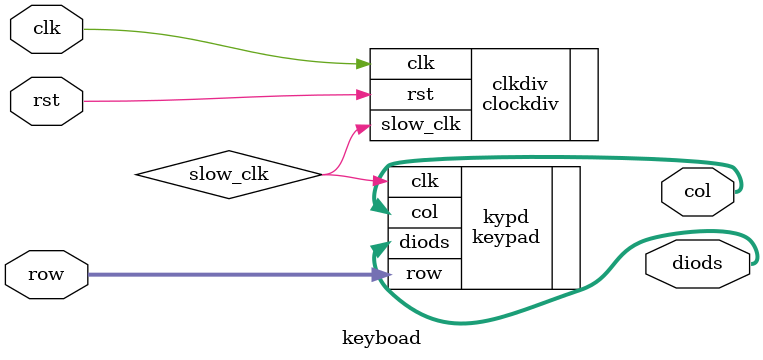
<source format=v>
`timescale 1ns / 1ps
module keyboad(
    input clk,
	 input rst,
    input [3:0] row,
    output [3:0] col,
    output [7:0] diods
    );

	clockdiv clkdiv(.rst(rst), .clk(clk), .slow_clk(slow_clk));
	keypad kypd(.clk(slow_clk), .row(row), .col(col), .diods(diods));

endmodule

</source>
